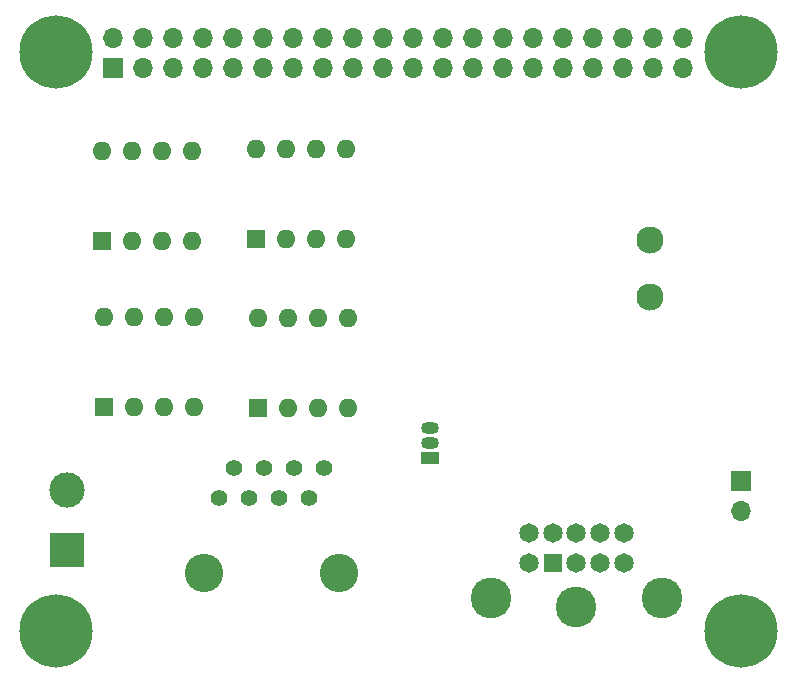
<source format=gbs>
%TF.GenerationSoftware,KiCad,Pcbnew,(6.0.10)*%
%TF.CreationDate,2023-01-13T18:11:07+01:00*%
%TF.ProjectId,InterfaceS88GleisboxRPi,496e7465-7266-4616-9365-533838476c65,rev?*%
%TF.SameCoordinates,Original*%
%TF.FileFunction,Soldermask,Bot*%
%TF.FilePolarity,Negative*%
%FSLAX46Y46*%
G04 Gerber Fmt 4.6, Leading zero omitted, Abs format (unit mm)*
G04 Created by KiCad (PCBNEW (6.0.10)) date 2023-01-13 18:11:07*
%MOMM*%
%LPD*%
G01*
G04 APERTURE LIST*
%ADD10R,3.000000X3.000000*%
%ADD11C,3.000000*%
%ADD12C,3.450000*%
%ADD13C,1.650000*%
%ADD14R,1.500000X1.500000*%
%ADD15C,3.251200*%
%ADD16C,1.397000*%
%ADD17C,6.200000*%
%ADD18R,1.500000X1.050000*%
%ADD19O,1.500000X1.050000*%
%ADD20R,1.700000X1.700000*%
%ADD21O,1.700000X1.700000*%
%ADD22R,1.600000X1.600000*%
%ADD23O,1.600000X1.600000*%
%ADD24C,2.300000*%
G04 APERTURE END LIST*
D10*
%TO.C,J5*%
X95000000Y-93900000D03*
D11*
X95000000Y-88820000D03*
%TD*%
D12*
%TO.C,J2*%
X130850000Y-98000000D03*
X145350000Y-98000000D03*
X138100000Y-98800000D03*
D13*
X142100000Y-92500000D03*
X140100000Y-92500000D03*
X134100000Y-92500000D03*
X142100000Y-95000000D03*
X138100000Y-92500000D03*
X136100000Y-92500000D03*
X134100000Y-95000000D03*
X140100000Y-95000000D03*
X138100000Y-95000000D03*
D14*
X136100000Y-95000000D03*
%TD*%
D15*
%TO.C,J4*%
X106540000Y-95900000D03*
X117970000Y-95900000D03*
D16*
X116700000Y-87000000D03*
X115430000Y-89540000D03*
X114160000Y-87000000D03*
X112890000Y-89540000D03*
X111620000Y-87000000D03*
X110350000Y-89540000D03*
X109080000Y-87000000D03*
X107810000Y-89540000D03*
%TD*%
D17*
%TO.C,*%
X152000000Y-51800000D03*
%TD*%
%TO.C,*%
X94000000Y-51800000D03*
%TD*%
%TO.C,*%
X94000000Y-100800000D03*
%TD*%
%TO.C,*%
X152000000Y-100800000D03*
%TD*%
D18*
%TO.C,U4*%
X125660000Y-86170000D03*
D19*
X125660000Y-84900000D03*
X125660000Y-83630000D03*
%TD*%
D20*
%TO.C,J3*%
X152000000Y-88080000D03*
D21*
X152000000Y-90620000D03*
%TD*%
D22*
%TO.C,U6*%
X111000000Y-67600000D03*
D23*
X113540000Y-67600000D03*
X116080000Y-67600000D03*
X118620000Y-67600000D03*
X118620000Y-59980000D03*
X116080000Y-59980000D03*
X113540000Y-59980000D03*
X111000000Y-59980000D03*
%TD*%
D22*
%TO.C,U7*%
X111100000Y-81900000D03*
D23*
X113640000Y-81900000D03*
X116180000Y-81900000D03*
X118720000Y-81900000D03*
X118720000Y-74280000D03*
X116180000Y-74280000D03*
X113640000Y-74280000D03*
X111100000Y-74280000D03*
%TD*%
D22*
%TO.C,U5*%
X98100000Y-81800000D03*
D23*
X100640000Y-81800000D03*
X103180000Y-81800000D03*
X105720000Y-81800000D03*
X105720000Y-74180000D03*
X103180000Y-74180000D03*
X100640000Y-74180000D03*
X98100000Y-74180000D03*
%TD*%
D22*
%TO.C,U8*%
X97900000Y-67800000D03*
D23*
X100440000Y-67800000D03*
X102980000Y-67800000D03*
X105520000Y-67800000D03*
X105520000Y-60180000D03*
X102980000Y-60180000D03*
X100440000Y-60180000D03*
X97900000Y-60180000D03*
%TD*%
D24*
%TO.C,Y1*%
X144300000Y-72550000D03*
X144300000Y-67650000D03*
%TD*%
D20*
%TO.C,J1*%
X98900000Y-53100000D03*
D21*
X98900000Y-50560000D03*
X101440000Y-53100000D03*
X101440000Y-50560000D03*
X103980000Y-53100000D03*
X103980000Y-50560000D03*
X106520000Y-53100000D03*
X106520000Y-50560000D03*
X109060000Y-53100000D03*
X109060000Y-50560000D03*
X111600000Y-53100000D03*
X111600000Y-50560000D03*
X114140000Y-53100000D03*
X114140000Y-50560000D03*
X116680000Y-53100000D03*
X116680000Y-50560000D03*
X119220000Y-53100000D03*
X119220000Y-50560000D03*
X121760000Y-53100000D03*
X121760000Y-50560000D03*
X124300000Y-53100000D03*
X124300000Y-50560000D03*
X126840000Y-53100000D03*
X126840000Y-50560000D03*
X129380000Y-53100000D03*
X129380000Y-50560000D03*
X131920000Y-53100000D03*
X131920000Y-50560000D03*
X134460000Y-53100000D03*
X134460000Y-50560000D03*
X137000000Y-53100000D03*
X137000000Y-50560000D03*
X139540000Y-53100000D03*
X139540000Y-50560000D03*
X142080000Y-53100000D03*
X142080000Y-50560000D03*
X144620000Y-53100000D03*
X144620000Y-50560000D03*
X147160000Y-53100000D03*
X147160000Y-50560000D03*
%TD*%
M02*

</source>
